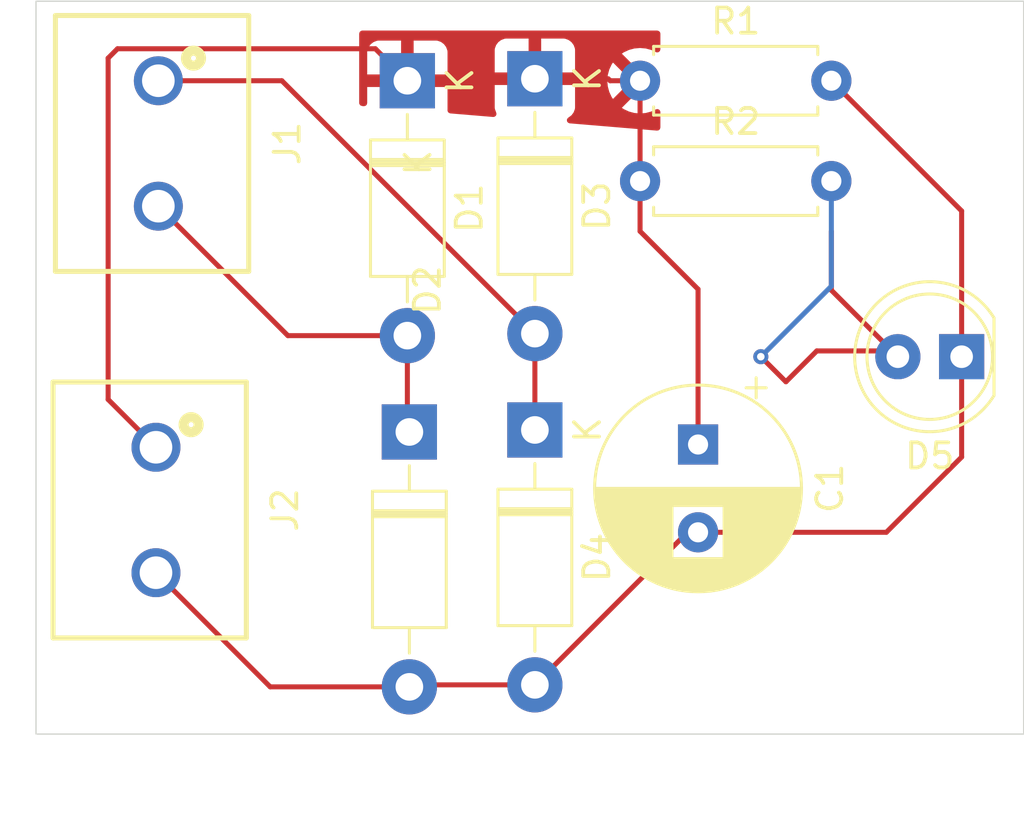
<source format=kicad_pcb>
(kicad_pcb (version 20240108) (generator "pcbnew") (generator_version "8.0")
  (layers (0 "F.Cu" signal) (31 "B.Cu" signal) (34 "B.Paste" user) (35 "F.Paste" user) (36 "B.SilkS" user "B.Silkscreen") (37 "F.SilkS" user "F.Silkscreen") (38 "B.Mask" user) (39 "F.Mask" user) (44 "Edge.Cuts" user))
  (net 0 "")
  (net 1 "GND")
  (net 2 "/+VE")
  (net 3 "Net-(D1-A)")
  (net 4 "Net-(D3-A)")
  (net 5 "Net-(D5-A)")
  (footprint "Resistor_THT:R_Axial_DIN0207_L6.3mm_D2.5mm_P7.62mm_Horizontal" (layer "F.Cu") (at 170.19 75)
    (property "Reference" "R1" (at 3.81 -2.37 0) (layer "F.SilkS"))
    (property "Value" "10K")
    (fp_line (start 0.54 -1.37) (end 7.08 -1.37) (stroke (width 0.12)) (layer "F.SilkS"))
    (fp_line (start 0.54 -1.04) (end 0.54 -1.37) (stroke (width 0.12)) (layer "F.SilkS"))
    (fp_line (start 0.54 1.04) (end 0.54 1.37) (stroke (width 0.12)) (layer "F.SilkS"))
    (fp_line (start 0.54 1.37) (end 7.08 1.37) (stroke (width 0.12)) (layer "F.SilkS"))
    (fp_line (start 7.08 -1.37) (end 7.08 -1.04) (stroke (width 0.12)) (layer "F.SilkS"))
    (fp_line (start 7.08 1.37) (end 7.08 1.04) (stroke (width 0.12)) (layer "F.SilkS"))
    (pad "1" thru_hole circle (at 0 0) (size 1.6 1.6) (drill 0.8) (layers "*.Cu" "*.Mask") (net 2 "/+VE"))
    (pad "2" thru_hole oval (at 7.62 0) (size 1.6 1.6) (drill 0.8) (layers "*.Cu" "*.Mask") (net 1 "GND"))
  )
  (footprint "Diode_THT:D_DO-41_SOD81_P10.16mm_Horizontal" (layer "F.Cu") (at 161 89 -90)
    (property "Reference" "D2" (at -5.655302 -0.72 90) (layer "F.SilkS"))
    (property "Value" "1N4007")
    (fp_line (start 2.36 1.47) (end 7.8 1.47) (stroke (width 0.12)) (layer "F.SilkS"))
    (fp_line (start 7.8 1.47) (end 7.8 -1.47) (stroke (width 0.12)) (layer "F.SilkS"))
    (fp_line (start 1.34 0) (end 2.36 0) (stroke (width 0.12)) (layer "F.SilkS"))
    (fp_line (start 8.82 0) (end 7.8 0) (stroke (width 0.12)) (layer "F.SilkS"))
    (fp_line (start 2.36 -1.47) (end 2.36 1.47) (stroke (width 0.12)) (layer "F.SilkS"))
    (fp_line (start 3.14 -1.47) (end 3.14 1.47) (stroke (width 0.12)) (layer "F.SilkS"))
    (fp_line (start 3.26 -1.47) (end 3.26 1.47) (stroke (width 0.12)) (layer "F.SilkS"))
    (fp_line (start 3.38 -1.47) (end 3.38 1.47) (stroke (width 0.12)) (layer "F.SilkS"))
    (fp_line (start 7.8 -1.47) (end 2.36 -1.47) (stroke (width 0.12)) (layer "F.SilkS"))
    (fp_text user "K" (at -10.735302 -0.35 90) (layer "F.SilkS"))
    (pad "1" thru_hole rect (at 0 0 270) (size 2.2 2.2) (drill 1.1) (layers "*.Cu" "*.Mask") (net 3 "Net-(D1-A)"))
    (pad "2" thru_hole oval (at 10.16 0 270) (size 2.2 2.2) (drill 1.1) (layers "*.Cu" "*.Mask") (net 1 "GND"))
  )
  (footprint "Diode_THT:D_DO-41_SOD81_P10.16mm_Horizontal" (layer "F.Cu") (at 166 74.92 -90)
    (property "Reference" "D3" (at 5.08 -2.47 90) (layer "F.SilkS"))
    (property "Value" "1N4007")
    (fp_line (start 2.36 1.47) (end 7.8 1.47) (stroke (width 0.12)) (layer "F.SilkS"))
    (fp_line (start 7.8 1.47) (end 7.8 -1.47) (stroke (width 0.12)) (layer "F.SilkS"))
    (fp_line (start 1.34 0) (end 2.36 0) (stroke (width 0.12)) (layer "F.SilkS"))
    (fp_line (start 8.82 0) (end 7.8 0) (stroke (width 0.12)) (layer "F.SilkS"))
    (fp_line (start 2.36 -1.47) (end 2.36 1.47) (stroke (width 0.12)) (layer "F.SilkS"))
    (fp_line (start 3.14 -1.47) (end 3.14 1.47) (stroke (width 0.12)) (layer "F.SilkS"))
    (fp_line (start 3.26 -1.47) (end 3.26 1.47) (stroke (width 0.12)) (layer "F.SilkS"))
    (fp_line (start 3.38 -1.47) (end 3.38 1.47) (stroke (width 0.12)) (layer "F.SilkS"))
    (fp_line (start 7.8 -1.47) (end 2.36 -1.47) (stroke (width 0.12)) (layer "F.SilkS"))
    (fp_text user "K" (at 0 -2.1 90) (layer "F.SilkS"))
    (pad "1" thru_hole rect (at 0 0 270) (size 2.2 2.2) (drill 1.1) (layers "*.Cu" "*.Mask") (net 2 "/+VE"))
    (pad "2" thru_hole oval (at 10.16 0 270) (size 2.2 2.2) (drill 1.1) (layers "*.Cu" "*.Mask") (net 4 "Net-(D3-A)"))
  )
  (footprint "Diode_THT:D_DO-41_SOD81_P10.16mm_Horizontal" (layer "F.Cu") (at 160.92 75 -90)
    (property "Reference" "D1" (at 5.08 -2.47 90) (layer "F.SilkS"))
    (property "Value" "1N4007")
    (fp_line (start 2.36 1.47) (end 7.8 1.47) (stroke (width 0.12)) (layer "F.SilkS"))
    (fp_line (start 7.8 1.47) (end 7.8 -1.47) (stroke (width 0.12)) (layer "F.SilkS"))
    (fp_line (start 1.34 0) (end 2.36 0) (stroke (width 0.12)) (layer "F.SilkS"))
    (fp_line (start 8.82 0) (end 7.8 0) (stroke (width 0.12)) (layer "F.SilkS"))
    (fp_line (start 2.36 -1.47) (end 2.36 1.47) (stroke (width 0.12)) (layer "F.SilkS"))
    (fp_line (start 3.14 -1.47) (end 3.14 1.47) (stroke (width 0.12)) (layer "F.SilkS"))
    (fp_line (start 3.26 -1.47) (end 3.26 1.47) (stroke (width 0.12)) (layer "F.SilkS"))
    (fp_line (start 3.38 -1.47) (end 3.38 1.47) (stroke (width 0.12)) (layer "F.SilkS"))
    (fp_line (start 7.8 -1.47) (end 2.36 -1.47) (stroke (width 0.12)) (layer "F.SilkS"))
    (fp_text user "K" (at 0 -2.1 90) (layer "F.SilkS"))
    (pad "1" thru_hole rect (at 0 0 270) (size 2.2 2.2) (drill 1.1) (layers "*.Cu" "*.Mask") (net 2 "/+VE"))
    (pad "2" thru_hole oval (at 10.16 0 270) (size 2.2 2.2) (drill 1.1) (layers "*.Cu" "*.Mask") (net 3 "Net-(D1-A)"))
  )
  (footprint "global fp:691137710002" (layer "F.Cu") (at 150.905302 92.11 -90)
    (property "Reference" "J2" (at 0 -5.135 90) (layer "F.SilkS"))
    (property "Value" "Screw_Terminal_01x02")
    (fp_line (start -5.1 4.1) (end -5.1 -3.6) (stroke (width 0.2)) (layer "F.SilkS"))
    (fp_line (start 5.1 4.1) (end -5.1 4.1) (stroke (width 0.2)) (layer "F.SilkS"))
    (fp_line (start -5.1 -3.6) (end 5.1 -3.6) (stroke (width 0.2)) (layer "F.SilkS"))
    (fp_line (start 5.1 -3.6) (end 5.1 4.1) (stroke (width 0.2)) (layer "F.SilkS"))
    (fp_circle (center -3.4 -1.4) (end -3.3 -1.4) (stroke (width 0.4)) (fill none) (layer "F.SilkS"))
    (pad "1" thru_hole circle (at -2.5 0 270) (size 1.95 1.95) (drill 1.3) (layers "*.Cu" "*.Mask") (net 2 "/+VE"))
    (pad "2" thru_hole circle (at 2.5 0 270) (size 1.95 1.95) (drill 1.3) (layers "*.Cu" "*.Mask") (net 1 "GND"))
  )
  (footprint "global fp:691137710002" (layer "F.Cu") (at 151 77.5 -90)
    (property "Reference" "J1" (at 0 -5.135 90) (layer "F.SilkS"))
    (property "Value" "Screw_Terminal_01x02")
    (fp_line (start -5.1 4.1) (end -5.1 -3.6) (stroke (width 0.2)) (layer "F.SilkS"))
    (fp_line (start 5.1 4.1) (end -5.1 4.1) (stroke (width 0.2)) (layer "F.SilkS"))
    (fp_line (start -5.1 -3.6) (end 5.1 -3.6) (stroke (width 0.2)) (layer "F.SilkS"))
    (fp_line (start 5.1 -3.6) (end 5.1 4.1) (stroke (width 0.2)) (layer "F.SilkS"))
    (fp_circle (center -3.4 -1.4) (end -3.3 -1.4) (stroke (width 0.4)) (fill none) (layer "F.SilkS"))
    (pad "1" thru_hole circle (at -2.5 0 270) (size 1.95 1.95) (drill 1.3) (layers "*.Cu" "*.Mask") (net 4 "Net-(D3-A)"))
    (pad "2" thru_hole circle (at 2.5 0 270) (size 1.95 1.95) (drill 1.3) (layers "*.Cu" "*.Mask") (net 3 "Net-(D1-A)"))
  )
  (footprint "LED_THT:LED_D5.0mm" (layer "F.Cu") (at 183 86 180)
    (property "Reference" "D5" (at 1.27 -3.96 0) (layer "F.SilkS"))
    (property "Value" "LED")
    (fp_line (start -1.29 -1.545) (end -1.29 1.545) (stroke (width 0.12)) (layer "F.SilkS"))
    (fp_arc (start 4.26 -0.000462) (mid 2.072002 2.880433) (end -1.29 1.54483) (stroke (width 0.12)) (layer "F.SilkS"))
    (fp_arc (start -1.29 -1.54483) (mid 2.072002 -2.880433) (end 4.26 0.000462) (stroke (width 0.12)) (layer "F.SilkS"))
    (fp_circle (center 1.27 0) (end 3.77 0) (stroke (width 0.12)) (fill none) (layer "F.SilkS"))
    (pad "1" thru_hole rect (at 0 0 180) (size 1.8 1.8) (drill 0.9) (layers "*.Cu" "*.Mask") (net 1 "GND"))
    (pad "2" thru_hole circle (at 2.54 0 180) (size 1.8 1.8) (drill 0.9) (layers "*.Cu" "*.Mask") (net 5 "Net-(D5-A)"))
  )
  (footprint "Resistor_THT:R_Axial_DIN0207_L6.3mm_D2.5mm_P7.62mm_Horizontal" (layer "F.Cu") (at 170.19 79)
    (property "Reference" "R2" (at 3.81 -2.37 0) (layer "F.SilkS"))
    (property "Value" "2.2K")
    (fp_line (start 0.54 -1.37) (end 7.08 -1.37) (stroke (width 0.12)) (layer "F.SilkS"))
    (fp_line (start 0.54 -1.04) (end 0.54 -1.37) (stroke (width 0.12)) (layer "F.SilkS"))
    (fp_line (start 0.54 1.04) (end 0.54 1.37) (stroke (width 0.12)) (layer "F.SilkS"))
    (fp_line (start 0.54 1.37) (end 7.08 1.37) (stroke (width 0.12)) (layer "F.SilkS"))
    (fp_line (start 7.08 -1.37) (end 7.08 -1.04) (stroke (width 0.12)) (layer "F.SilkS"))
    (fp_line (start 7.08 1.37) (end 7.08 1.04) (stroke (width 0.12)) (layer "F.SilkS"))
    (pad "1" thru_hole circle (at 0 0) (size 1.6 1.6) (drill 0.8) (layers "*.Cu" "*.Mask") (net 2 "/+VE"))
    (pad "2" thru_hole oval (at 7.62 0) (size 1.6 1.6) (drill 0.8) (layers "*.Cu" "*.Mask") (net 5 "Net-(D5-A)"))
  )
  (footprint "Capacitor_THT:CP_Radial_D8.0mm_P3.50mm" (layer "F.Cu") (at 172.5 89.5 -90)
    (property "Reference" "C1" (at 1.75 -5.25 90) (layer "F.SilkS"))
    (property "Value" "1000uF")
    (fp_line (start 2.471 1.04) (end 2.471 4.017) (stroke (width 0.12)) (layer "F.SilkS"))
    (fp_line (start 2.511 1.04) (end 2.511 4.01) (stroke (width 0.12)) (layer "F.SilkS"))
    (fp_line (start 2.551 1.04) (end 2.551 4.002) (stroke (width 0.12)) (layer "F.SilkS"))
    (fp_line (start 2.591 1.04) (end 2.591 3.994) (stroke (width 0.12)) (layer "F.SilkS"))
    (fp_line (start 2.631 1.04) (end 2.631 3.985) (stroke (width 0.12)) (layer "F.SilkS"))
    (fp_line (start 2.671 1.04) (end 2.671 3.976) (stroke (width 0.12)) (layer "F.SilkS"))
    (fp_line (start 2.711 1.04) (end 2.711 3.967) (stroke (width 0.12)) (layer "F.SilkS"))
    (fp_line (start 2.751 1.04) (end 2.751 3.957) (stroke (width 0.12)) (layer "F.SilkS"))
    (fp_line (start 2.791 1.04) (end 2.791 3.947) (stroke (width 0.12)) (layer "F.SilkS"))
    (fp_line (start 2.831 1.04) (end 2.831 3.936) (stroke (width 0.12)) (layer "F.SilkS"))
    (fp_line (start 2.871 1.04) (end 2.871 3.925) (stroke (width 0.12)) (layer "F.SilkS"))
    (fp_line (start 2.911 1.04) (end 2.911 3.914) (stroke (width 0.12)) (layer "F.SilkS"))
    (fp_line (start 2.951 1.04) (end 2.951 3.902) (stroke (width 0.12)) (layer "F.SilkS"))
    (fp_line (start 2.991 1.04) (end 2.991 3.889) (stroke (width 0.12)) (layer "F.SilkS"))
    (fp_line (start 3.031 1.04) (end 3.031 3.877) (stroke (width 0.12)) (layer "F.SilkS"))
    (fp_line (start 3.071 1.04) (end 3.071 3.863) (stroke (width 0.12)) (layer "F.SilkS"))
    (fp_line (start 3.111 1.04) (end 3.111 3.85) (stroke (width 0.12)) (layer "F.SilkS"))
    (fp_line (start 3.151 1.04) (end 3.151 3.835) (stroke (width 0.12)) (layer "F.SilkS"))
    (fp_line (start 3.191 1.04) (end 3.191 3.821) (stroke (width 0.12)) (layer "F.SilkS"))
    (fp_line (start 3.231 1.04) (end 3.231 3.805) (stroke (width 0.12)) (layer "F.SilkS"))
    (fp_line (start 3.271 1.04) (end 3.271 3.79) (stroke (width 0.12)) (layer "F.SilkS"))
    (fp_line (start 3.311 1.04) (end 3.311 3.774) (stroke (width 0.12)) (layer "F.SilkS"))
    (fp_line (start 3.351 1.04) (end 3.351 3.757) (stroke (width 0.12)) (layer "F.SilkS"))
    (fp_line (start 3.391 1.04) (end 3.391 3.74) (stroke (width 0.12)) (layer "F.SilkS"))
    (fp_line (start 3.431 1.04) (end 3.431 3.722) (stroke (width 0.12)) (layer "F.SilkS"))
    (fp_line (start 3.471 1.04) (end 3.471 3.704) (stroke (width 0.12)) (layer "F.SilkS"))
    (fp_line (start 3.511 1.04) (end 3.511 3.686) (stroke (width 0.12)) (layer "F.SilkS"))
    (fp_line (start 3.551 1.04) (end 3.551 3.666) (stroke (width 0.12)) (layer "F.SilkS"))
    (fp_line (start 3.591 1.04) (end 3.591 3.647) (stroke (width 0.12)) (layer "F.SilkS"))
    (fp_line (start 3.631 1.04) (end 3.631 3.627) (stroke (width 0.12)) (layer "F.SilkS"))
    (fp_line (start 3.671 1.04) (end 3.671 3.606) (stroke (width 0.12)) (layer "F.SilkS"))
    (fp_line (start 3.711 1.04) (end 3.711 3.584) (stroke (width 0.12)) (layer "F.SilkS"))
    (fp_line (start 3.751 1.04) (end 3.751 3.562) (stroke (width 0.12)) (layer "F.SilkS"))
    (fp_line (start 3.791 1.04) (end 3.791 3.54) (stroke (width 0.12)) (layer "F.SilkS"))
    (fp_line (start 3.831 1.04) (end 3.831 3.517) (stroke (width 0.12)) (layer "F.SilkS"))
    (fp_line (start 3.871 1.04) (end 3.871 3.493) (stroke (width 0.12)) (layer "F.SilkS"))
    (fp_line (start 3.911 1.04) (end 3.911 3.469) (stroke (width 0.12)) (layer "F.SilkS"))
    (fp_line (start 3.951 1.04) (end 3.951 3.444) (stroke (width 0.12)) (layer "F.SilkS"))
    (fp_line (start 3.991 1.04) (end 3.991 3.418) (stroke (width 0.12)) (layer "F.SilkS"))
    (fp_line (start 4.031 1.04) (end 4.031 3.392) (stroke (width 0.12)) (layer "F.SilkS"))
    (fp_line (start 4.071 1.04) (end 4.071 3.365) (stroke (width 0.12)) (layer "F.SilkS"))
    (fp_line (start 4.111 1.04) (end 4.111 3.338) (stroke (width 0.12)) (layer "F.SilkS"))
    (fp_line (start 4.151 1.04) (end 4.151 3.309) (stroke (width 0.12)) (layer "F.SilkS"))
    (fp_line (start 4.191 1.04) (end 4.191 3.28) (stroke (width 0.12)) (layer "F.SilkS"))
    (fp_line (start 4.231 1.04) (end 4.231 3.25) (stroke (width 0.12)) (layer "F.SilkS"))
    (fp_line (start 4.271 1.04) (end 4.271 3.22) (stroke (width 0.12)) (layer "F.SilkS"))
    (fp_line (start 4.311 1.04) (end 4.311 3.189) (stroke (width 0.12)) (layer "F.SilkS"))
    (fp_line (start 4.351 1.04) (end 4.351 3.156) (stroke (width 0.12)) (layer "F.SilkS"))
    (fp_line (start 4.391 1.04) (end 4.391 3.124) (stroke (width 0.12)) (layer "F.SilkS"))
    (fp_line (start 4.431 1.04) (end 4.431 3.09) (stroke (width 0.12)) (layer "F.SilkS"))
    (fp_line (start 4.471 1.04) (end 4.471 3.055) (stroke (width 0.12)) (layer "F.SilkS"))
    (fp_line (start 4.511 1.04) (end 4.511 3.019) (stroke (width 0.12)) (layer "F.SilkS"))
    (fp_line (start 5.831 -0.533) (end 5.831 0.533) (stroke (width 0.12)) (layer "F.SilkS"))
    (fp_line (start 5.791 -0.768) (end 5.791 0.768) (stroke (width 0.12)) (layer "F.SilkS"))
    (fp_line (start 5.751 -0.948) (end 5.751 0.948) (stroke (width 0.12)) (layer "F.SilkS"))
    (fp_line (start 5.711 -1.098) (end 5.711 1.098) (stroke (width 0.12)) (layer "F.SilkS"))
    (fp_line (start 5.671 -1.229) (end 5.671 1.229) (stroke (width 0.12)) (layer "F.SilkS"))
    (fp_line (start 5.631 -1.346) (end 5.631 1.346) (stroke (width 0.12)) (layer "F.SilkS"))
    (fp_line (start 5.591 -1.453) (end 5.591 1.453) (stroke (width 0.12)) (layer "F.SilkS"))
    (fp_line (start 5.551 -1.552) (end 5.551 1.552) (stroke (width 0.12)) (layer "F.SilkS"))
    (fp_line (start 5.511 -1.645) (end 5.511 1.645) (stroke (width 0.12)) (layer "F.SilkS"))
    (fp_line (start 5.471 -1.731) (end 5.471 1.731) (stroke (width 0.12)) (layer "F.SilkS"))
    (fp_line (start 5.431 -1.813) (end 5.431 1.813) (stroke (width 0.12)) (layer "F.SilkS"))
    (fp_line (start 5.391 -1.89) (end 5.391 1.89) (stroke (width 0.12)) (layer "F.SilkS"))
    (fp_line (start 5.351 -1.964) (end 5.351 1.964) (stroke (width 0.12)) (layer "F.SilkS"))
    (fp_line (start 5.311 -2.034) (end 5.311 2.034) (stroke (width 0.12)) (layer "F.SilkS"))
    (fp_line (start 5.271 -2.102) (end 5.271 2.102) (stroke (width 0.12)) (layer "F.SilkS"))
    (fp_line (start 5.231 -2.166) (end 5.231 2.166) (stroke (width 0.12)) (layer "F.SilkS"))
    (fp_line (start 5.191 -2.228) (end 5.191 2.228) (stroke (width 0.12)) (layer "F.SilkS"))
    (fp_line (start 5.151 -2.287) (end 5.151 2.287) (stroke (width 0.12)) (layer "F.SilkS"))
    (fp_line (start -2.659698 -2.315) (end -1.859698 -2.315) (stroke (width 0.12)) (layer "F.SilkS"))
    (fp_line (start 5.111 -2.345) (end 5.111 2.345) (stroke (width 0.12)) (layer "F.SilkS"))
    (fp_line (start 5.071 -2.4) (end 5.071 2.4) (stroke (width 0.12)) (layer "F.SilkS"))
    (fp_line (start 5.031 -2.454) (end 5.031 2.454) (stroke (width 0.12)) (layer "F.SilkS"))
    (fp_line (start 4.991 -2.505) (end 4.991 2.505) (stroke (width 0.12)) (layer "F.SilkS"))
    (fp_line (start 4.951 -2.556) (end 4.951 2.556) (stroke (width 0.12)) (layer "F.SilkS"))
    (fp_line (start 4.911 -2.604) (end 4.911 2.604) (stroke (width 0.12)) (layer "F.SilkS"))
    (fp_line (start 4.871 -2.651) (end 4.871 2.651) (stroke (width 0.12)) (layer "F.SilkS"))
    (fp_line (start 4.831 -2.697) (end 4.831 2.697) (stroke (width 0.12)) (layer "F.SilkS"))
    (fp_line (start -2.259698 -2.715) (end -2.259698 -1.915) (stroke (width 0.12)) (layer "F.SilkS"))
    (fp_line (start 4.791 -2.741) (end 4.791 2.741) (stroke (width 0.12)) (layer "F.SilkS"))
    (fp_line (start 4.751 -2.784) (end 4.751 2.784) (stroke (width 0.12)) (layer "F.SilkS"))
    (fp_line (start 4.711 -2.826) (end 4.711 2.826) (stroke (width 0.12)) (layer "F.SilkS"))
    (fp_line (start 4.671 -2.867) (end 4.671 2.867) (stroke (width 0.12)) (layer "F.SilkS"))
    (fp_line (start 4.631 -2.907) (end 4.631 2.907) (stroke (width 0.12)) (layer "F.SilkS"))
    (fp_line (start 4.591 -2.945) (end 4.591 2.945) (stroke (width 0.12)) (layer "F.SilkS"))
    (fp_line (start 4.551 -2.983) (end 4.551 2.983) (stroke (width 0.12)) (layer "F.SilkS"))
    (fp_line (start 4.511 -3.019) (end 4.511 -1.04) (stroke (width 0.12)) (layer "F.SilkS"))
    (fp_line (start 4.471 -3.055) (end 4.471 -1.04) (stroke (width 0.12)) (layer "F.SilkS"))
    (fp_line (start 4.431 -3.09) (end 4.431 -1.04) (stroke (width 0.12)) (layer "F.SilkS"))
    (fp_line (start 4.391 -3.124) (end 4.391 -1.04) (stroke (width 0.12)) (layer "F.SilkS"))
    (fp_line (start 4.351 -3.156) (end 4.351 -1.04) (stroke (width 0.12)) (layer "F.SilkS"))
    (fp_line (start 4.311 -3.189) (end 4.311 -1.04) (stroke (width 0.12)) (layer "F.SilkS"))
    (fp_line (start 4.271 -3.22) (end 4.271 -1.04) (stroke (width 0.12)) (layer "F.SilkS"))
    (fp_line (start 4.231 -3.25) (end 4.231 -1.04) (stroke (width 0.12)) (layer "F.SilkS"))
    (fp_line (start 4.191 -3.28) (end 4.191 -1.04) (stroke (width 0.12)) (layer "F.SilkS"))
    (fp_line (start 4.151 -3.309) (end 4.151 -1.04) (stroke (width 0.12)) (layer "F.SilkS"))
    (fp_line (start 4.111 -3.338) (end 4.111 -1.04) (stroke (width 0.12)) (layer "F.SilkS"))
    (fp_line (start 4.071 -3.365) (end 4.071 -1.04) (stroke (width 0.12)) (layer "F.SilkS"))
    (fp_line (start 4.031 -3.392) (end 4.031 -1.04) (stroke (width 0.12)) (layer "F.SilkS"))
    (fp_line (start 3.991 -3.418) (end 3.991 -1.04) (stroke (width 0.12)) (layer "F.SilkS"))
    (fp_line (start 3.951 -3.444) (end 3.951 -1.04) (stroke (width 0.12)) (layer "F.SilkS"))
    (fp_line (start 3.911 -3.469) (end 3.911 -1.04) (stroke (width 0.12)) (layer "F.SilkS"))
    (fp_line (start 3.871 -3.493) (end 3.871 -1.04) (stroke (width 0.12)) (layer "F.SilkS"))
    (fp_line (start 3.831 -3.517) (end 3.831 -1.04) (stroke (width 0.12)) (layer "F.SilkS"))
    (fp_line (start 3.791 -3.54) (end 3.791 -1.04) (stroke (width 0.12)) (layer "F.SilkS"))
    (fp_line (start 3.751 -3.562) (end 3.751 -1.04) (stroke (width 0.12)) (layer "F.SilkS"))
    (fp_line (start 3.711 -3.584) (end 3.711 -1.04) (stroke (width 0.12)) (layer "F.SilkS"))
    (fp_line (start 3.671 -3.606) (end 3.671 -1.04) (stroke (width 0.12)) (layer "F.SilkS"))
    (fp_line (start 3.631 -3.627) (end 3.631 -1.04) (stroke (width 0.12)) (layer "F.SilkS"))
    (fp_line (start 3.591 -3.647) (end 3.591 -1.04) (stroke (width 0.12)) (layer "F.SilkS"))
    (fp_line (start 3.551 -3.666) (end 3.551 -1.04) (stroke (width 0.12)) (layer "F.SilkS"))
    (fp_line (start 3.511 -3.686) (end 3.511 -1.04) (stroke (width 0.12)) (layer "F.SilkS"))
    (fp_line (start 3.471 -3.704) (end 3.471 -1.04) (stroke (width 0.12)) (layer "F.SilkS"))
    (fp_line (start 3.431 -3.722) (end 3.431 -1.04) (stroke (width 0.12)) (layer "F.SilkS"))
    (fp_line (start 3.391 -3.74) (end 3.391 -1.04) (stroke (width 0.12)) (layer "F.SilkS"))
    (fp_line (start 3.351 -3.757) (end 3.351 -1.04) (stroke (width 0.12)) (layer "F.SilkS"))
    (fp_line (start 3.311 -3.774) (end 3.311 -1.04) (stroke (width 0.12)) (layer "F.SilkS"))
    (fp_line (start 3.271 -3.79) (end 3.271 -1.04) (stroke (width 0.12)) (layer "F.SilkS"))
    (fp_line (start 3.231 -3.805) (end 3.231 -1.04) (stroke (width 0.12)) (layer "F.SilkS"))
    (fp_line (start 3.191 -3.821) (end 3.191 -1.04) (stroke (width 0.12)) (layer "F.SilkS"))
    (fp_line (start 3.151 -3.835) (end 3.151 -1.04) (stroke (width 0.12)) (layer "F.SilkS"))
    (fp_line (start 3.111 -3.85) (end 3.111 -1.04) (stroke (width 0.12)) (layer "F.SilkS"))
    (fp_line (start 3.071 -3.863) (end 3.071 -1.04) (stroke (width 0.12)) (layer "F.SilkS"))
    (fp_line (start 3.031 -3.877) (end 3.031 -1.04) (stroke (width 0.12)) (layer "F.SilkS"))
    (fp_line (start 2.991 -3.889) (end 2.991 -1.04) (stroke (width 0.12)) (layer "F.SilkS"))
    (fp_line (start 2.951 -3.902) (end 2.951 -1.04) (stroke (width 0.12)) (layer "F.SilkS"))
    (fp_line (start 2.911 -3.914) (end 2.911 -1.04) (stroke (width 0.12)) (layer "F.SilkS"))
    (fp_line (start 2.871 -3.925) (end 2.871 -1.04) (stroke (width 0.12)) (layer "F.SilkS"))
    (fp_line (start 2.831 -3.936) (end 2.831 -1.04) (stroke (width 0.12)) (layer "F.SilkS"))
    (fp_line (start 2.791 -3.947) (end 2.791 -1.04) (stroke (width 0.12)) (layer "F.SilkS"))
    (fp_line (start 2.751 -3.957) (end 2.751 -1.04) (stroke (width 0.12)) (layer "F.SilkS"))
    (fp_line (start 2.711 -3.967) (end 2.711 -1.04) (stroke (width 0.12)) (layer "F.SilkS"))
    (fp_line (start 2.671 -3.976) (end 2.671 -1.04) (stroke (width 0.12)) (layer "F.SilkS"))
    (fp_line (start 2.631 -3.985) (end 2.631 -1.04) (stroke (width 0.12)) (layer "F.SilkS"))
    (fp_line (start 2.591 -3.994) (end 2.591 -1.04) (stroke (width 0.12)) (layer "F.SilkS"))
    (fp_line (start 2.551 -4.002) (end 2.551 -1.04) (stroke (width 0.12)) (layer "F.SilkS"))
    (fp_line (start 2.511 -4.01) (end 2.511 -1.04) (stroke (width 0.12)) (layer "F.SilkS"))
    (fp_line (start 2.471 -4.017) (end 2.471 -1.04) (stroke (width 0.12)) (layer "F.SilkS"))
    (fp_line (start 2.43 -4.024) (end 2.43 4.024) (stroke (width 0.12)) (layer "F.SilkS"))
    (fp_line (start 2.39 -4.03) (end 2.39 4.03) (stroke (width 0.12)) (layer "F.SilkS"))
    (fp_line (start 2.35 -4.037) (end 2.35 4.037) (stroke (width 0.12)) (layer "F.SilkS"))
    (fp_line (start 2.31 -4.042) (end 2.31 4.042) (stroke (width 0.12)) (layer "F.SilkS"))
    (fp_line (start 2.27 -4.048) (end 2.27 4.048) (stroke (width 0.12)) (layer "F.SilkS"))
    (fp_line (start 2.23 -4.052) (end 2.23 4.052) (stroke (width 0.12)) (layer "F.SilkS"))
    (fp_line (start 2.19 -4.057) (end 2.19 4.057) (stroke (width 0.12)) (layer "F.SilkS"))
    (fp_line (start 2.15 -4.061) (end 2.15 4.061) (stroke (width 0.12)) (layer "F.SilkS"))
    (fp_line (start 2.11 -4.065) (end 2.11 4.065) (stroke (width 0.12)) (layer "F.SilkS"))
    (fp_line (start 2.07 -4.068) (end 2.07 4.068) (stroke (width 0.12)) (layer "F.SilkS"))
    (fp_line (start 2.03 -4.071) (end 2.03 4.071) (stroke (width 0.12)) (layer "F.SilkS"))
    (fp_line (start 1.99 -4.074) (end 1.99 4.074) (stroke (width 0.12)) (layer "F.SilkS"))
    (fp_line (start 1.95 -4.076) (end 1.95 4.076) (stroke (width 0.12)) (layer "F.SilkS"))
    (fp_line (start 1.91 -4.077) (end 1.91 4.077) (stroke (width 0.12)) (layer "F.SilkS"))
    (fp_line (start 1.87 -4.079) (end 1.87 4.079) (stroke (width 0.12)) (layer "F.SilkS"))
    (fp_line (start 1.75 -4.08) (end 1.75 4.08) (stroke (width 0.12)) (layer "F.SilkS"))
    (fp_line (start 1.79 -4.08) (end 1.79 4.08) (stroke (width 0.12)) (layer "F.SilkS"))
    (fp_line (start 1.83 -4.08) (end 1.83 4.08) (stroke (width 0.12)) (layer "F.SilkS"))
    (fp_circle (center 1.75 0) (end 5.87 0) (stroke (width 0.12)) (fill none) (layer "F.SilkS"))
    (pad "1" thru_hole rect (at 0 0 270) (size 1.6 1.6) (drill 0.8) (layers "*.Cu" "*.Mask") (net 2 "/+VE"))
    (pad "2" thru_hole circle (at 3.5 0 270) (size 1.6 1.6) (drill 0.8) (layers "*.Cu" "*.Mask") (net 1 "GND"))
  )
  (footprint "Diode_THT:D_DO-41_SOD81_P10.16mm_Horizontal" (layer "F.Cu") (at 166 88.92 -90)
    (property "Reference" "D4" (at 5.08 -2.47 90) (layer "F.SilkS"))
    (property "Value" "1N4007")
    (fp_line (start 2.36 1.47) (end 7.8 1.47) (stroke (width 0.12)) (layer "F.SilkS"))
    (fp_line (start 7.8 1.47) (end 7.8 -1.47) (stroke (width 0.12)) (layer "F.SilkS"))
    (fp_line (start 1.34 0) (end 2.36 0) (stroke (width 0.12)) (layer "F.SilkS"))
    (fp_line (start 8.82 0) (end 7.8 0) (stroke (width 0.12)) (layer "F.SilkS"))
    (fp_line (start 2.36 -1.47) (end 2.36 1.47) (stroke (width 0.12)) (layer "F.SilkS"))
    (fp_line (start 3.14 -1.47) (end 3.14 1.47) (stroke (width 0.12)) (layer "F.SilkS"))
    (fp_line (start 3.26 -1.47) (end 3.26 1.47) (stroke (width 0.12)) (layer "F.SilkS"))
    (fp_line (start 3.38 -1.47) (end 3.38 1.47) (stroke (width 0.12)) (layer "F.SilkS"))
    (fp_line (start 7.8 -1.47) (end 2.36 -1.47) (stroke (width 0.12)) (layer "F.SilkS"))
    (fp_text user "K" (at 0 -2.1 90) (layer "F.SilkS"))
    (pad "1" thru_hole rect (at 0 0 270) (size 2.2 2.2) (drill 1.1) (layers "*.Cu" "*.Mask") (net 4 "Net-(D3-A)"))
    (pad "2" thru_hole oval (at 10.16 0 270) (size 2.2 2.2) (drill 1.1) (layers "*.Cu" "*.Mask") (net 1 "GND"))
  )
  (gr_rect (start 146.1262 71.8312) (end 185.4708 101.0412) (stroke (width 0.05)) (fill none) (layer "Edge.Cuts"))
  (segment (start 180 93) (end 172.5 93) (width 0.2) (layer "F.Cu") (net 1))
  (segment (start 177.81 75) (end 183 80.19) (width 0.2) (layer "F.Cu") (net 1))
  (segment (start 172.08 93) (end 172.5 93) (width 0.2) (layer "F.Cu") (net 1))
  (segment (start 161 99.16) (end 155.455302 99.16) (width 0.2) (layer "F.Cu") (net 1))
  (segment (start 183 86) (end 183 90) (width 0.2) (layer "F.Cu") (net 1))
  (segment (start 161.08 99.08) (end 161 99.16) (width 0.2) (layer "F.Cu") (net 1))
  (segment (start 183 80.19) (end 183 86) (width 0.2) (layer "F.Cu") (net 1))
  (segment (start 183 90) (end 180 93) (width 0.2) (layer "F.Cu") (net 1))
  (segment (start 166 99.08) (end 172.08 93) (width 0.2) (layer "F.Cu") (net 1))
  (segment (start 155.455302 99.16) (end 150.905302 94.61) (width 0.2) (layer "F.Cu") (net 1))
  (segment (start 166 99.08) (end 161.08 99.08) (width 0.2) (layer "F.Cu") (net 1))
  (segment (start 165.92 75) (end 166 74.92) (width 0.2) (layer "F.Cu") (net 2))
  (segment (start 172.5 83.31) (end 170.19 81) (width 0.2) (layer "F.Cu") (net 2))
  (segment (start 149 74.098439) (end 149.373439 73.725) (width 0.2) (layer "F.Cu") (net 2))
  (segment (start 170.19 75) (end 170.19 81) (width 0.2) (layer "F.Cu") (net 2))
  (segment (start 150.905302 89.61) (end 149 87.704698) (width 0.2) (layer "F.Cu") (net 2))
  (segment (start 170.19 75) (end 169 75) (width 0.2) (layer "F.Cu") (net 2))
  (segment (start 149 87.704698) (end 149 74.098439) (width 0.2) (layer "F.Cu") (net 2))
  (segment (start 172.5 89.5) (end 172.5 83.31) (width 0.2) (layer "F.Cu") (net 2))
  (segment (start 169 75) (end 168.92 74.92) (width 0.2) (layer "F.Cu") (net 2))
  (segment (start 149.373439 73.725) (end 159.645 73.725) (width 0.2) (layer "F.Cu") (net 2))
  (segment (start 159.645 73.725) (end 160.92 75) (width 0.2) (layer "F.Cu") (net 2))
  (segment (start 156.16 85.16) (end 160.92 85.16) (width 0.2) (layer "F.Cu") (net 3))
  (segment (start 160.92 88.92) (end 161 89) (width 0.2) (layer "F.Cu") (net 3))
  (segment (start 151 80) (end 156.16 85.16) (width 0.2) (layer "F.Cu") (net 3))
  (segment (start 160.92 85.16) (end 160.92 88.92) (width 0.2) (layer "F.Cu") (net 3))
  (segment (start 166 85.08) (end 166 88.92) (width 0.2) (layer "F.Cu") (net 4))
  (segment (start 151 75) (end 155.92 75) (width 0.2) (layer "F.Cu") (net 4))
  (segment (start 155.92 75) (end 166 85.08) (width 0.2) (layer "F.Cu") (net 4))
  (segment (start 177.81 83.35) (end 180.46 86) (width 0.2) (layer "F.Cu") (net 5))
  (segment (start 180.46 86) (end 180.23 85.77) (width 0.2) (layer "F.Cu") (net 5))
  (segment (start 180.23 85.77) (end 177.23 85.77) (width 0.2) (layer "F.Cu") (net 5))
  (segment (start 175 86) (end 176 87) (width 0.2) (layer "F.Cu") (net 5))
  (segment (start 177.81 81) (end 177.81 83.35) (width 0.2) (layer "F.Cu") (net 5))
  (segment (start 177.23 85.77) (end 176 87) (width 0.2) (layer "F.Cu") (net 5))
  (via (at 175 86) (size 0.6) (drill 0.3) (layers "F.Cu" "B.Cu") (net 5))
  (segment (start 177.81 79) (end 177.81 83.19) (width 0.2) (layer "B.Cu") (net 5))
  (segment (start 177.81 83.19) (end 175 86) (width 0.2) (layer "B.Cu") (net 5))
  (zone (net 2) (net_name "/+VE") (layer "F.Cu") (connect_pads (clearance 0.5)) (min_thickness 0.25) (fill yes (thermal_gap 0.5) (thermal_bridge_width 0.5))
    (polygon (pts (xy 159 73) (xy 171 73) (xy 171 77) (xy 159 76)))
  )
)
</source>
